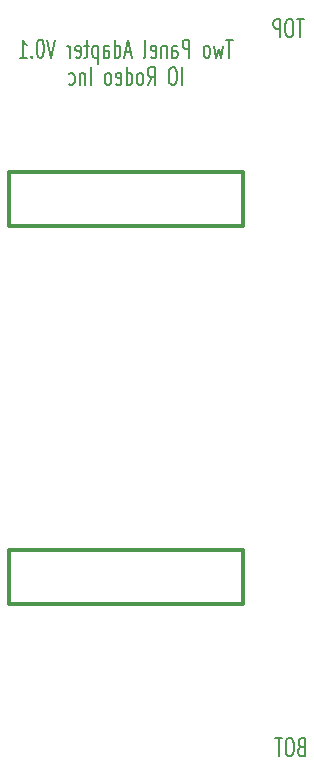
<source format=gbo>
G04 (created by PCBNEW-RS274X (2011-aug-04)-testing) date Wed 17 Apr 2013 04:11:37 PM PDT*
G01*
G70*
G90*
%MOIN*%
G04 Gerber Fmt 3.4, Leading zero omitted, Abs format*
%FSLAX34Y34*%
G04 APERTURE LIST*
%ADD10C,0.006000*%
%ADD11C,0.008000*%
%ADD12C,0.012000*%
G04 APERTURE END LIST*
G54D10*
G54D11*
X29853Y-20993D02*
X29624Y-20993D01*
X29739Y-21593D02*
X29739Y-20993D01*
X29529Y-21193D02*
X29453Y-21593D01*
X29376Y-21307D01*
X29300Y-21593D01*
X29224Y-21193D01*
X29015Y-21593D02*
X29053Y-21564D01*
X29072Y-21536D01*
X29091Y-21479D01*
X29091Y-21307D01*
X29072Y-21250D01*
X29053Y-21221D01*
X29015Y-21193D01*
X28957Y-21193D01*
X28919Y-21221D01*
X28900Y-21250D01*
X28881Y-21307D01*
X28881Y-21479D01*
X28900Y-21536D01*
X28919Y-21564D01*
X28957Y-21593D01*
X29015Y-21593D01*
X28405Y-21593D02*
X28405Y-20993D01*
X28252Y-20993D01*
X28214Y-21021D01*
X28195Y-21050D01*
X28176Y-21107D01*
X28176Y-21193D01*
X28195Y-21250D01*
X28214Y-21279D01*
X28252Y-21307D01*
X28405Y-21307D01*
X27833Y-21593D02*
X27833Y-21279D01*
X27852Y-21221D01*
X27890Y-21193D01*
X27967Y-21193D01*
X28005Y-21221D01*
X27833Y-21564D02*
X27871Y-21593D01*
X27967Y-21593D01*
X28005Y-21564D01*
X28024Y-21507D01*
X28024Y-21450D01*
X28005Y-21393D01*
X27967Y-21364D01*
X27871Y-21364D01*
X27833Y-21336D01*
X27643Y-21193D02*
X27643Y-21593D01*
X27643Y-21250D02*
X27624Y-21221D01*
X27586Y-21193D01*
X27528Y-21193D01*
X27490Y-21221D01*
X27471Y-21279D01*
X27471Y-21593D01*
X27128Y-21564D02*
X27166Y-21593D01*
X27243Y-21593D01*
X27281Y-21564D01*
X27300Y-21507D01*
X27300Y-21279D01*
X27281Y-21221D01*
X27243Y-21193D01*
X27166Y-21193D01*
X27128Y-21221D01*
X27109Y-21279D01*
X27109Y-21336D01*
X27300Y-21393D01*
X26881Y-21593D02*
X26919Y-21564D01*
X26938Y-21507D01*
X26938Y-20993D01*
X26442Y-21421D02*
X26251Y-21421D01*
X26480Y-21593D02*
X26347Y-20993D01*
X26213Y-21593D01*
X25908Y-21593D02*
X25908Y-20993D01*
X25908Y-21564D02*
X25946Y-21593D01*
X26023Y-21593D01*
X26061Y-21564D01*
X26080Y-21536D01*
X26099Y-21479D01*
X26099Y-21307D01*
X26080Y-21250D01*
X26061Y-21221D01*
X26023Y-21193D01*
X25946Y-21193D01*
X25908Y-21221D01*
X25546Y-21593D02*
X25546Y-21279D01*
X25565Y-21221D01*
X25603Y-21193D01*
X25680Y-21193D01*
X25718Y-21221D01*
X25546Y-21564D02*
X25584Y-21593D01*
X25680Y-21593D01*
X25718Y-21564D01*
X25737Y-21507D01*
X25737Y-21450D01*
X25718Y-21393D01*
X25680Y-21364D01*
X25584Y-21364D01*
X25546Y-21336D01*
X25356Y-21193D02*
X25356Y-21793D01*
X25356Y-21221D02*
X25318Y-21193D01*
X25241Y-21193D01*
X25203Y-21221D01*
X25184Y-21250D01*
X25165Y-21307D01*
X25165Y-21479D01*
X25184Y-21536D01*
X25203Y-21564D01*
X25241Y-21593D01*
X25318Y-21593D01*
X25356Y-21564D01*
X25051Y-21193D02*
X24899Y-21193D01*
X24994Y-20993D02*
X24994Y-21507D01*
X24975Y-21564D01*
X24937Y-21593D01*
X24899Y-21593D01*
X24612Y-21564D02*
X24650Y-21593D01*
X24727Y-21593D01*
X24765Y-21564D01*
X24784Y-21507D01*
X24784Y-21279D01*
X24765Y-21221D01*
X24727Y-21193D01*
X24650Y-21193D01*
X24612Y-21221D01*
X24593Y-21279D01*
X24593Y-21336D01*
X24784Y-21393D01*
X24422Y-21593D02*
X24422Y-21193D01*
X24422Y-21307D02*
X24403Y-21250D01*
X24384Y-21221D01*
X24346Y-21193D01*
X24307Y-21193D01*
X23926Y-20993D02*
X23793Y-21593D01*
X23659Y-20993D01*
X23450Y-20993D02*
X23411Y-20993D01*
X23373Y-21021D01*
X23354Y-21050D01*
X23335Y-21107D01*
X23316Y-21221D01*
X23316Y-21364D01*
X23335Y-21479D01*
X23354Y-21536D01*
X23373Y-21564D01*
X23411Y-21593D01*
X23450Y-21593D01*
X23488Y-21564D01*
X23507Y-21536D01*
X23526Y-21479D01*
X23545Y-21364D01*
X23545Y-21221D01*
X23526Y-21107D01*
X23507Y-21050D01*
X23488Y-21021D01*
X23450Y-20993D01*
X23145Y-21536D02*
X23126Y-21564D01*
X23145Y-21593D01*
X23164Y-21564D01*
X23145Y-21536D01*
X23145Y-21593D01*
X22745Y-21593D02*
X22974Y-21593D01*
X22860Y-21593D02*
X22860Y-20993D01*
X22898Y-21079D01*
X22936Y-21136D01*
X22974Y-21164D01*
X28156Y-22513D02*
X28156Y-21913D01*
X27890Y-21913D02*
X27813Y-21913D01*
X27775Y-21941D01*
X27737Y-21999D01*
X27718Y-22113D01*
X27718Y-22313D01*
X27737Y-22427D01*
X27775Y-22484D01*
X27813Y-22513D01*
X27890Y-22513D01*
X27928Y-22484D01*
X27966Y-22427D01*
X27985Y-22313D01*
X27985Y-22113D01*
X27966Y-21999D01*
X27928Y-21941D01*
X27890Y-21913D01*
X27013Y-22513D02*
X27147Y-22227D01*
X27242Y-22513D02*
X27242Y-21913D01*
X27089Y-21913D01*
X27051Y-21941D01*
X27032Y-21970D01*
X27013Y-22027D01*
X27013Y-22113D01*
X27032Y-22170D01*
X27051Y-22199D01*
X27089Y-22227D01*
X27242Y-22227D01*
X26785Y-22513D02*
X26823Y-22484D01*
X26842Y-22456D01*
X26861Y-22399D01*
X26861Y-22227D01*
X26842Y-22170D01*
X26823Y-22141D01*
X26785Y-22113D01*
X26727Y-22113D01*
X26689Y-22141D01*
X26670Y-22170D01*
X26651Y-22227D01*
X26651Y-22399D01*
X26670Y-22456D01*
X26689Y-22484D01*
X26727Y-22513D01*
X26785Y-22513D01*
X26308Y-22513D02*
X26308Y-21913D01*
X26308Y-22484D02*
X26346Y-22513D01*
X26423Y-22513D01*
X26461Y-22484D01*
X26480Y-22456D01*
X26499Y-22399D01*
X26499Y-22227D01*
X26480Y-22170D01*
X26461Y-22141D01*
X26423Y-22113D01*
X26346Y-22113D01*
X26308Y-22141D01*
X25965Y-22484D02*
X26003Y-22513D01*
X26080Y-22513D01*
X26118Y-22484D01*
X26137Y-22427D01*
X26137Y-22199D01*
X26118Y-22141D01*
X26080Y-22113D01*
X26003Y-22113D01*
X25965Y-22141D01*
X25946Y-22199D01*
X25946Y-22256D01*
X26137Y-22313D01*
X25718Y-22513D02*
X25756Y-22484D01*
X25775Y-22456D01*
X25794Y-22399D01*
X25794Y-22227D01*
X25775Y-22170D01*
X25756Y-22141D01*
X25718Y-22113D01*
X25660Y-22113D01*
X25622Y-22141D01*
X25603Y-22170D01*
X25584Y-22227D01*
X25584Y-22399D01*
X25603Y-22456D01*
X25622Y-22484D01*
X25660Y-22513D01*
X25718Y-22513D01*
X25108Y-22513D02*
X25108Y-21913D01*
X24918Y-22113D02*
X24918Y-22513D01*
X24918Y-22170D02*
X24899Y-22141D01*
X24861Y-22113D01*
X24803Y-22113D01*
X24765Y-22141D01*
X24746Y-22199D01*
X24746Y-22513D01*
X24384Y-22484D02*
X24422Y-22513D01*
X24499Y-22513D01*
X24537Y-22484D01*
X24556Y-22456D01*
X24575Y-22399D01*
X24575Y-22227D01*
X24556Y-22170D01*
X24537Y-22141D01*
X24499Y-22113D01*
X24422Y-22113D01*
X24384Y-22141D01*
X32125Y-44569D02*
X32068Y-44597D01*
X32049Y-44626D01*
X32030Y-44683D01*
X32030Y-44769D01*
X32049Y-44826D01*
X32068Y-44854D01*
X32106Y-44883D01*
X32259Y-44883D01*
X32259Y-44283D01*
X32125Y-44283D01*
X32087Y-44311D01*
X32068Y-44340D01*
X32049Y-44397D01*
X32049Y-44454D01*
X32068Y-44511D01*
X32087Y-44540D01*
X32125Y-44569D01*
X32259Y-44569D01*
X31783Y-44283D02*
X31706Y-44283D01*
X31668Y-44311D01*
X31630Y-44369D01*
X31611Y-44483D01*
X31611Y-44683D01*
X31630Y-44797D01*
X31668Y-44854D01*
X31706Y-44883D01*
X31783Y-44883D01*
X31821Y-44854D01*
X31859Y-44797D01*
X31878Y-44683D01*
X31878Y-44483D01*
X31859Y-44369D01*
X31821Y-44311D01*
X31783Y-44283D01*
X31497Y-44283D02*
X31268Y-44283D01*
X31383Y-44883D02*
X31383Y-44283D01*
X32214Y-20313D02*
X31985Y-20313D01*
X32100Y-20913D02*
X32100Y-20313D01*
X31776Y-20313D02*
X31699Y-20313D01*
X31661Y-20341D01*
X31623Y-20399D01*
X31604Y-20513D01*
X31604Y-20713D01*
X31623Y-20827D01*
X31661Y-20884D01*
X31699Y-20913D01*
X31776Y-20913D01*
X31814Y-20884D01*
X31852Y-20827D01*
X31871Y-20713D01*
X31871Y-20513D01*
X31852Y-20399D01*
X31814Y-20341D01*
X31776Y-20313D01*
X31433Y-20913D02*
X31433Y-20313D01*
X31280Y-20313D01*
X31242Y-20341D01*
X31223Y-20370D01*
X31204Y-20427D01*
X31204Y-20513D01*
X31223Y-20570D01*
X31242Y-20599D01*
X31280Y-20627D01*
X31433Y-20627D01*
G54D12*
X22399Y-39798D02*
X22399Y-37998D01*
X22399Y-37998D02*
X30199Y-37998D01*
X30199Y-37998D02*
X30199Y-39798D01*
X30199Y-39798D02*
X22399Y-39798D01*
X22399Y-27199D02*
X22399Y-25399D01*
X22399Y-25399D02*
X30199Y-25399D01*
X30199Y-25399D02*
X30199Y-27199D01*
X30199Y-27199D02*
X22399Y-27199D01*
M02*

</source>
